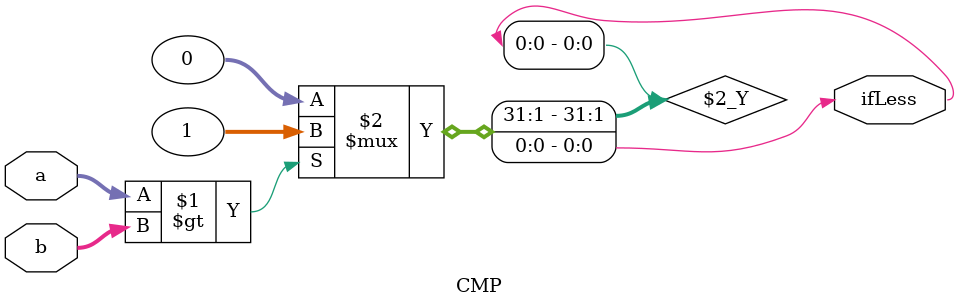
<source format=v>
`timescale 1ns / 1ps

module CMP#(
    parameter WIDTH=16
)(
    input [WIDTH-1:0] a,b,
    output ifLess
    );
    assign ifLess=(a>b)?1:0;
endmodule

</source>
